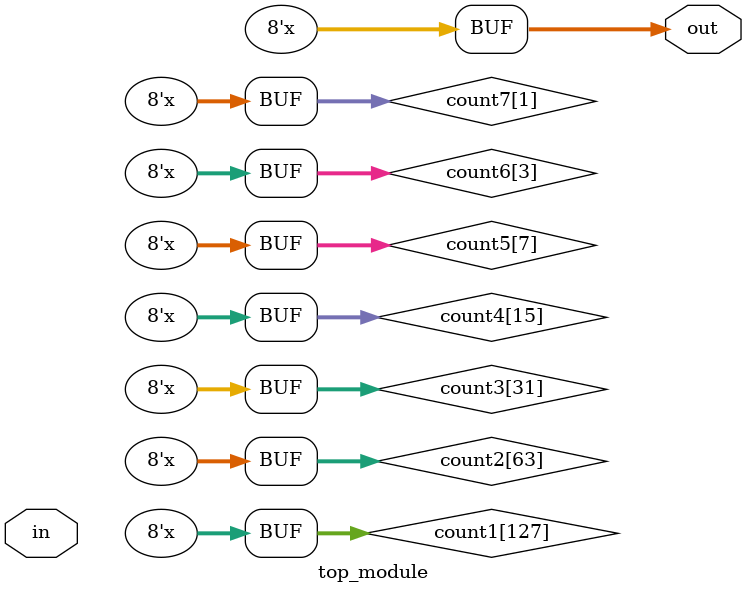
<source format=v>

module top_module (
    input [254:0] in,
    output reg [7:0] out
);

    // Internal signals to hold intermediate results
    reg [7:0] count1 [0:127];
    reg [7:0] count2 [0:63];
    reg [7:0] count3 [0:31];
    reg [7:0] count4 [0:15];
    reg [7:0] count5 [0:7];
    reg [7:0] count6 [0:3];
    reg [7:0] count7 [0:1];

    // First level: count '1's in each 2-bit group
    genvar i;
    generate
        for (i = 0; i < 128; i = i + 1) begin : count_2bit
            assign count1[i] = in[2*i+1] + in[2*i];
        end
    endgenerate

    // Second level: count '1's in each 4-bit group
    generate
        for (i = 0; i < 64; i = i + 1) begin : count_4bit
            assign count2[i] = count1[2*i] + count1[2*i+1];
        end
    endgenerate

    // Third level: count '1's in each 8-bit group
    generate
        for (i = 0; i < 32; i = i + 1) begin : count_8bit
            assign count3[i] = count2[2*i] + count2[2*i+1];
        end
    endgenerate

    // Fourth level: count '1's in each 16-bit group
    generate
        for (i = 0; i < 16; i = i + 1) begin : count_16bit
            assign count4[i] = count3[2*i] + count3[2*i+1];
        end
    endgenerate

    // Fifth level: count '1's in each 32-bit group
    generate
        for (i = 0; i < 8; i = i + 1) begin : count_32bit
            assign count5[i] = count4[2*i] + count4[2*i+1];
        end
    endgenerate

    // Sixth level: count '1's in each 64-bit group
    generate
        for (i = 0; i < 4; i = i + 1) begin : count_64bit
            assign count6[i] = count5[2*i] + count5[2*i+1];
        end
    endgenerate

    // Seventh level: count '1's in each 128-bit group
    generate
        for (i = 0; i < 2; i = i + 1) begin : count_128bit
            assign count7[i] = count6[2*i] + count6[2*i+1];
        end
    endgenerate

    // Final level: count '1's in the remaining 256-bit group
    assign out = count7[0] + count7[1];

endmodule

</source>
